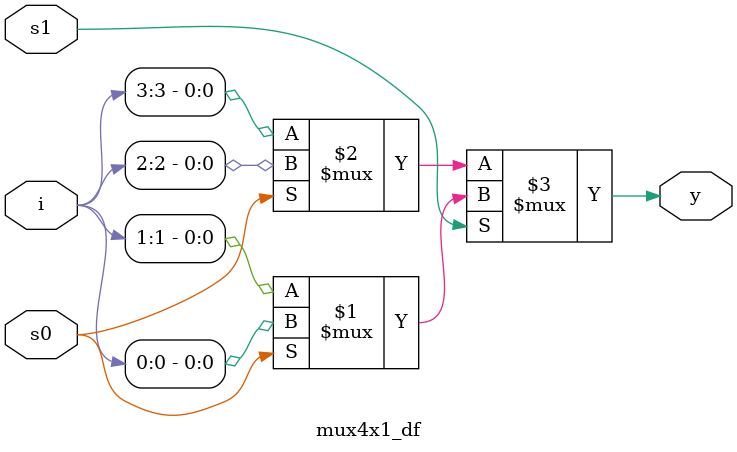
<source format=v>
`timescale 1ns / 1ps
module mux4x1_df(i,s0,s1,y);
input [3:0]i;
input s0,s1;
output y;
 //assign y= ((~s0&~s1&i[0]) | (~s1&s0&i[1]) | (s1&~s0&i[2]) | (s1&s0&i[3]));
 assign y= s1?(s0?i[0]:i[1]):(s0?i[2]:i[3]);

endmodule

</source>
